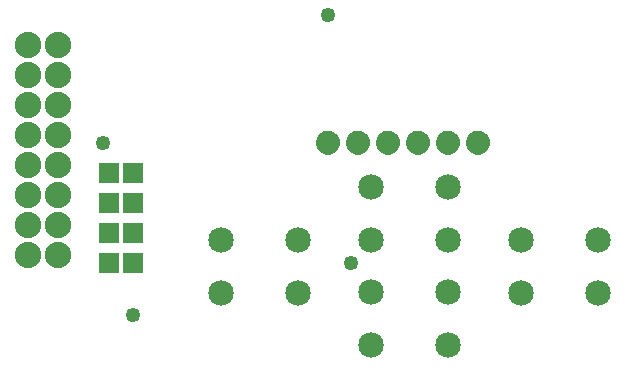
<source format=gts>
G04 MADE WITH FRITZING*
G04 WWW.FRITZING.ORG*
G04 DOUBLE SIDED*
G04 HOLES PLATED*
G04 CONTOUR ON CENTER OF CONTOUR VECTOR*
%ASAXBY*%
%FSLAX23Y23*%
%MOIN*%
%OFA0B0*%
%SFA1.0B1.0*%
%ADD10C,0.049370*%
%ADD11C,0.085000*%
%ADD12C,0.088000*%
%ADD13R,0.065118X0.069055*%
%ADD14R,0.001000X0.001000*%
%LNMASK1*%
G90*
G70*
G54D10*
X422Y800D03*
X522Y225D03*
X1247Y400D03*
X1172Y1225D03*
G54D11*
X2072Y300D03*
X1816Y300D03*
X2072Y477D03*
X1816Y477D03*
X1072Y300D03*
X816Y300D03*
X1072Y477D03*
X816Y477D03*
X1316Y302D03*
X1572Y302D03*
X1316Y125D03*
X1572Y125D03*
X1572Y475D03*
X1316Y475D03*
X1572Y652D03*
X1316Y652D03*
G54D12*
X172Y1125D03*
X172Y1025D03*
X172Y925D03*
X172Y825D03*
X172Y725D03*
X172Y625D03*
X172Y525D03*
X172Y425D03*
X172Y1125D03*
X172Y1025D03*
X172Y925D03*
X172Y825D03*
X172Y725D03*
X172Y625D03*
X172Y525D03*
X172Y425D03*
X272Y425D03*
X272Y525D03*
X272Y625D03*
X272Y725D03*
X272Y825D03*
X272Y925D03*
X272Y1025D03*
X272Y1125D03*
G54D13*
X442Y400D03*
X522Y400D03*
X442Y500D03*
X522Y500D03*
X442Y600D03*
X522Y600D03*
X442Y700D03*
X522Y700D03*
G54D14*
X1164Y840D02*
X1179Y840D01*
X1264Y840D02*
X1279Y840D01*
X1364Y840D02*
X1379Y840D01*
X1464Y840D02*
X1479Y840D01*
X1564Y840D02*
X1579Y840D01*
X1664Y840D02*
X1679Y840D01*
X1160Y839D02*
X1183Y839D01*
X1260Y839D02*
X1283Y839D01*
X1360Y839D02*
X1383Y839D01*
X1460Y839D02*
X1483Y839D01*
X1560Y839D02*
X1583Y839D01*
X1660Y839D02*
X1683Y839D01*
X1157Y838D02*
X1186Y838D01*
X1257Y838D02*
X1286Y838D01*
X1357Y838D02*
X1386Y838D01*
X1457Y838D02*
X1486Y838D01*
X1557Y838D02*
X1586Y838D01*
X1657Y838D02*
X1686Y838D01*
X1155Y837D02*
X1188Y837D01*
X1255Y837D02*
X1288Y837D01*
X1355Y837D02*
X1388Y837D01*
X1455Y837D02*
X1488Y837D01*
X1555Y837D02*
X1588Y837D01*
X1655Y837D02*
X1688Y837D01*
X1153Y836D02*
X1190Y836D01*
X1253Y836D02*
X1290Y836D01*
X1353Y836D02*
X1390Y836D01*
X1453Y836D02*
X1490Y836D01*
X1553Y836D02*
X1590Y836D01*
X1653Y836D02*
X1690Y836D01*
X1152Y835D02*
X1192Y835D01*
X1252Y835D02*
X1292Y835D01*
X1351Y835D02*
X1392Y835D01*
X1451Y835D02*
X1492Y835D01*
X1551Y835D02*
X1592Y835D01*
X1651Y835D02*
X1692Y835D01*
X1150Y834D02*
X1193Y834D01*
X1250Y834D02*
X1293Y834D01*
X1350Y834D02*
X1393Y834D01*
X1450Y834D02*
X1493Y834D01*
X1550Y834D02*
X1593Y834D01*
X1650Y834D02*
X1693Y834D01*
X1149Y833D02*
X1195Y833D01*
X1249Y833D02*
X1295Y833D01*
X1349Y833D02*
X1395Y833D01*
X1449Y833D02*
X1495Y833D01*
X1549Y833D02*
X1595Y833D01*
X1648Y833D02*
X1695Y833D01*
X1147Y832D02*
X1196Y832D01*
X1247Y832D02*
X1296Y832D01*
X1347Y832D02*
X1396Y832D01*
X1447Y832D02*
X1496Y832D01*
X1547Y832D02*
X1596Y832D01*
X1647Y832D02*
X1696Y832D01*
X1146Y831D02*
X1197Y831D01*
X1246Y831D02*
X1297Y831D01*
X1346Y831D02*
X1397Y831D01*
X1446Y831D02*
X1497Y831D01*
X1546Y831D02*
X1597Y831D01*
X1646Y831D02*
X1697Y831D01*
X1145Y830D02*
X1199Y830D01*
X1245Y830D02*
X1299Y830D01*
X1345Y830D02*
X1399Y830D01*
X1445Y830D02*
X1499Y830D01*
X1545Y830D02*
X1599Y830D01*
X1645Y830D02*
X1699Y830D01*
X1144Y829D02*
X1200Y829D01*
X1244Y829D02*
X1300Y829D01*
X1344Y829D02*
X1400Y829D01*
X1444Y829D02*
X1500Y829D01*
X1544Y829D02*
X1600Y829D01*
X1644Y829D02*
X1700Y829D01*
X1143Y828D02*
X1201Y828D01*
X1243Y828D02*
X1301Y828D01*
X1343Y828D02*
X1401Y828D01*
X1443Y828D02*
X1501Y828D01*
X1543Y828D02*
X1601Y828D01*
X1643Y828D02*
X1701Y828D01*
X1142Y827D02*
X1201Y827D01*
X1242Y827D02*
X1301Y827D01*
X1342Y827D02*
X1401Y827D01*
X1442Y827D02*
X1501Y827D01*
X1542Y827D02*
X1601Y827D01*
X1642Y827D02*
X1701Y827D01*
X1141Y826D02*
X1202Y826D01*
X1241Y826D02*
X1302Y826D01*
X1341Y826D02*
X1402Y826D01*
X1441Y826D02*
X1502Y826D01*
X1541Y826D02*
X1602Y826D01*
X1641Y826D02*
X1702Y826D01*
X1140Y825D02*
X1203Y825D01*
X1240Y825D02*
X1303Y825D01*
X1340Y825D02*
X1403Y825D01*
X1440Y825D02*
X1503Y825D01*
X1540Y825D02*
X1603Y825D01*
X1640Y825D02*
X1703Y825D01*
X1140Y824D02*
X1204Y824D01*
X1240Y824D02*
X1304Y824D01*
X1340Y824D02*
X1404Y824D01*
X1440Y824D02*
X1504Y824D01*
X1540Y824D02*
X1604Y824D01*
X1640Y824D02*
X1704Y824D01*
X1139Y823D02*
X1204Y823D01*
X1239Y823D02*
X1304Y823D01*
X1339Y823D02*
X1404Y823D01*
X1439Y823D02*
X1504Y823D01*
X1539Y823D02*
X1604Y823D01*
X1639Y823D02*
X1704Y823D01*
X1138Y822D02*
X1205Y822D01*
X1238Y822D02*
X1305Y822D01*
X1338Y822D02*
X1405Y822D01*
X1438Y822D02*
X1505Y822D01*
X1538Y822D02*
X1605Y822D01*
X1638Y822D02*
X1705Y822D01*
X1138Y821D02*
X1206Y821D01*
X1238Y821D02*
X1306Y821D01*
X1338Y821D02*
X1406Y821D01*
X1438Y821D02*
X1506Y821D01*
X1538Y821D02*
X1606Y821D01*
X1638Y821D02*
X1706Y821D01*
X1137Y820D02*
X1206Y820D01*
X1237Y820D02*
X1306Y820D01*
X1337Y820D02*
X1406Y820D01*
X1437Y820D02*
X1506Y820D01*
X1537Y820D02*
X1606Y820D01*
X1637Y820D02*
X1706Y820D01*
X1137Y819D02*
X1207Y819D01*
X1237Y819D02*
X1307Y819D01*
X1337Y819D02*
X1407Y819D01*
X1437Y819D02*
X1507Y819D01*
X1537Y819D02*
X1607Y819D01*
X1637Y819D02*
X1707Y819D01*
X1136Y818D02*
X1207Y818D01*
X1236Y818D02*
X1307Y818D01*
X1336Y818D02*
X1407Y818D01*
X1436Y818D02*
X1507Y818D01*
X1536Y818D02*
X1607Y818D01*
X1636Y818D02*
X1707Y818D01*
X1136Y817D02*
X1208Y817D01*
X1236Y817D02*
X1308Y817D01*
X1336Y817D02*
X1408Y817D01*
X1436Y817D02*
X1508Y817D01*
X1536Y817D02*
X1608Y817D01*
X1636Y817D02*
X1708Y817D01*
X1135Y816D02*
X1208Y816D01*
X1235Y816D02*
X1308Y816D01*
X1335Y816D02*
X1408Y816D01*
X1435Y816D02*
X1508Y816D01*
X1535Y816D02*
X1608Y816D01*
X1635Y816D02*
X1708Y816D01*
X1135Y815D02*
X1209Y815D01*
X1235Y815D02*
X1309Y815D01*
X1335Y815D02*
X1409Y815D01*
X1435Y815D02*
X1509Y815D01*
X1535Y815D02*
X1609Y815D01*
X1635Y815D02*
X1709Y815D01*
X1134Y814D02*
X1209Y814D01*
X1234Y814D02*
X1309Y814D01*
X1334Y814D02*
X1409Y814D01*
X1434Y814D02*
X1509Y814D01*
X1534Y814D02*
X1609Y814D01*
X1634Y814D02*
X1709Y814D01*
X1134Y813D02*
X1209Y813D01*
X1234Y813D02*
X1309Y813D01*
X1334Y813D02*
X1409Y813D01*
X1434Y813D02*
X1509Y813D01*
X1534Y813D02*
X1609Y813D01*
X1634Y813D02*
X1709Y813D01*
X1134Y812D02*
X1210Y812D01*
X1234Y812D02*
X1310Y812D01*
X1334Y812D02*
X1410Y812D01*
X1434Y812D02*
X1510Y812D01*
X1534Y812D02*
X1610Y812D01*
X1634Y812D02*
X1710Y812D01*
X1134Y811D02*
X1210Y811D01*
X1234Y811D02*
X1310Y811D01*
X1334Y811D02*
X1410Y811D01*
X1434Y811D02*
X1510Y811D01*
X1534Y811D02*
X1610Y811D01*
X1634Y811D02*
X1710Y811D01*
X1133Y810D02*
X1210Y810D01*
X1233Y810D02*
X1310Y810D01*
X1333Y810D02*
X1410Y810D01*
X1433Y810D02*
X1510Y810D01*
X1533Y810D02*
X1610Y810D01*
X1633Y810D02*
X1710Y810D01*
X1133Y809D02*
X1210Y809D01*
X1233Y809D02*
X1310Y809D01*
X1333Y809D02*
X1410Y809D01*
X1433Y809D02*
X1510Y809D01*
X1533Y809D02*
X1610Y809D01*
X1633Y809D02*
X1710Y809D01*
X1133Y808D02*
X1210Y808D01*
X1233Y808D02*
X1310Y808D01*
X1333Y808D02*
X1410Y808D01*
X1433Y808D02*
X1510Y808D01*
X1533Y808D02*
X1610Y808D01*
X1633Y808D02*
X1710Y808D01*
X1133Y807D02*
X1211Y807D01*
X1233Y807D02*
X1311Y807D01*
X1333Y807D02*
X1411Y807D01*
X1433Y807D02*
X1511Y807D01*
X1533Y807D02*
X1611Y807D01*
X1633Y807D02*
X1711Y807D01*
X1133Y806D02*
X1211Y806D01*
X1233Y806D02*
X1311Y806D01*
X1333Y806D02*
X1411Y806D01*
X1433Y806D02*
X1511Y806D01*
X1533Y806D02*
X1611Y806D01*
X1633Y806D02*
X1711Y806D01*
X1132Y805D02*
X1211Y805D01*
X1232Y805D02*
X1311Y805D01*
X1332Y805D02*
X1411Y805D01*
X1432Y805D02*
X1511Y805D01*
X1532Y805D02*
X1611Y805D01*
X1632Y805D02*
X1711Y805D01*
X1132Y804D02*
X1211Y804D01*
X1232Y804D02*
X1311Y804D01*
X1332Y804D02*
X1411Y804D01*
X1432Y804D02*
X1511Y804D01*
X1532Y804D02*
X1611Y804D01*
X1632Y804D02*
X1711Y804D01*
X1132Y803D02*
X1211Y803D01*
X1232Y803D02*
X1311Y803D01*
X1332Y803D02*
X1411Y803D01*
X1432Y803D02*
X1511Y803D01*
X1532Y803D02*
X1611Y803D01*
X1632Y803D02*
X1711Y803D01*
X1132Y802D02*
X1211Y802D01*
X1232Y802D02*
X1311Y802D01*
X1332Y802D02*
X1411Y802D01*
X1432Y802D02*
X1511Y802D01*
X1532Y802D02*
X1611Y802D01*
X1632Y802D02*
X1711Y802D01*
X1132Y801D02*
X1211Y801D01*
X1232Y801D02*
X1311Y801D01*
X1332Y801D02*
X1411Y801D01*
X1432Y801D02*
X1511Y801D01*
X1532Y801D02*
X1611Y801D01*
X1632Y801D02*
X1711Y801D01*
X1132Y800D02*
X1211Y800D01*
X1232Y800D02*
X1311Y800D01*
X1332Y800D02*
X1411Y800D01*
X1432Y800D02*
X1511Y800D01*
X1532Y800D02*
X1611Y800D01*
X1632Y800D02*
X1711Y800D01*
X1132Y799D02*
X1211Y799D01*
X1232Y799D02*
X1311Y799D01*
X1332Y799D02*
X1411Y799D01*
X1432Y799D02*
X1511Y799D01*
X1532Y799D02*
X1611Y799D01*
X1632Y799D02*
X1711Y799D01*
X1132Y798D02*
X1211Y798D01*
X1232Y798D02*
X1311Y798D01*
X1332Y798D02*
X1411Y798D01*
X1432Y798D02*
X1511Y798D01*
X1532Y798D02*
X1611Y798D01*
X1632Y798D02*
X1711Y798D01*
X1132Y797D02*
X1211Y797D01*
X1232Y797D02*
X1311Y797D01*
X1332Y797D02*
X1411Y797D01*
X1432Y797D02*
X1511Y797D01*
X1532Y797D02*
X1611Y797D01*
X1632Y797D02*
X1711Y797D01*
X1133Y796D02*
X1211Y796D01*
X1233Y796D02*
X1311Y796D01*
X1333Y796D02*
X1411Y796D01*
X1433Y796D02*
X1511Y796D01*
X1533Y796D02*
X1611Y796D01*
X1633Y796D02*
X1711Y796D01*
X1133Y795D02*
X1211Y795D01*
X1233Y795D02*
X1311Y795D01*
X1333Y795D02*
X1411Y795D01*
X1433Y795D02*
X1511Y795D01*
X1533Y795D02*
X1611Y795D01*
X1633Y795D02*
X1711Y795D01*
X1133Y794D02*
X1210Y794D01*
X1233Y794D02*
X1310Y794D01*
X1333Y794D02*
X1410Y794D01*
X1433Y794D02*
X1510Y794D01*
X1533Y794D02*
X1610Y794D01*
X1633Y794D02*
X1710Y794D01*
X1133Y793D02*
X1210Y793D01*
X1233Y793D02*
X1310Y793D01*
X1333Y793D02*
X1410Y793D01*
X1433Y793D02*
X1510Y793D01*
X1533Y793D02*
X1610Y793D01*
X1633Y793D02*
X1710Y793D01*
X1133Y792D02*
X1210Y792D01*
X1233Y792D02*
X1310Y792D01*
X1333Y792D02*
X1410Y792D01*
X1433Y792D02*
X1510Y792D01*
X1533Y792D02*
X1610Y792D01*
X1633Y792D02*
X1710Y792D01*
X1134Y791D02*
X1210Y791D01*
X1234Y791D02*
X1310Y791D01*
X1334Y791D02*
X1410Y791D01*
X1434Y791D02*
X1510Y791D01*
X1534Y791D02*
X1610Y791D01*
X1634Y791D02*
X1710Y791D01*
X1134Y790D02*
X1210Y790D01*
X1234Y790D02*
X1310Y790D01*
X1334Y790D02*
X1410Y790D01*
X1434Y790D02*
X1510Y790D01*
X1534Y790D02*
X1610Y790D01*
X1634Y790D02*
X1710Y790D01*
X1134Y789D02*
X1209Y789D01*
X1234Y789D02*
X1309Y789D01*
X1334Y789D02*
X1409Y789D01*
X1434Y789D02*
X1509Y789D01*
X1534Y789D02*
X1609Y789D01*
X1634Y789D02*
X1709Y789D01*
X1134Y788D02*
X1209Y788D01*
X1234Y788D02*
X1309Y788D01*
X1334Y788D02*
X1409Y788D01*
X1434Y788D02*
X1509Y788D01*
X1534Y788D02*
X1609Y788D01*
X1634Y788D02*
X1709Y788D01*
X1135Y787D02*
X1209Y787D01*
X1235Y787D02*
X1309Y787D01*
X1335Y787D02*
X1409Y787D01*
X1435Y787D02*
X1509Y787D01*
X1535Y787D02*
X1609Y787D01*
X1635Y787D02*
X1709Y787D01*
X1135Y786D02*
X1208Y786D01*
X1235Y786D02*
X1308Y786D01*
X1335Y786D02*
X1408Y786D01*
X1435Y786D02*
X1508Y786D01*
X1535Y786D02*
X1608Y786D01*
X1635Y786D02*
X1708Y786D01*
X1136Y785D02*
X1208Y785D01*
X1236Y785D02*
X1308Y785D01*
X1336Y785D02*
X1408Y785D01*
X1435Y785D02*
X1508Y785D01*
X1535Y785D02*
X1608Y785D01*
X1635Y785D02*
X1708Y785D01*
X1136Y784D02*
X1207Y784D01*
X1236Y784D02*
X1307Y784D01*
X1336Y784D02*
X1407Y784D01*
X1436Y784D02*
X1507Y784D01*
X1536Y784D02*
X1607Y784D01*
X1636Y784D02*
X1707Y784D01*
X1136Y783D02*
X1207Y783D01*
X1236Y783D02*
X1307Y783D01*
X1336Y783D02*
X1407Y783D01*
X1436Y783D02*
X1507Y783D01*
X1536Y783D02*
X1607Y783D01*
X1636Y783D02*
X1707Y783D01*
X1137Y782D02*
X1206Y782D01*
X1237Y782D02*
X1306Y782D01*
X1337Y782D02*
X1406Y782D01*
X1437Y782D02*
X1506Y782D01*
X1537Y782D02*
X1606Y782D01*
X1637Y782D02*
X1706Y782D01*
X1138Y781D02*
X1206Y781D01*
X1238Y781D02*
X1306Y781D01*
X1338Y781D02*
X1406Y781D01*
X1438Y781D02*
X1506Y781D01*
X1538Y781D02*
X1606Y781D01*
X1638Y781D02*
X1706Y781D01*
X1138Y780D02*
X1205Y780D01*
X1238Y780D02*
X1305Y780D01*
X1338Y780D02*
X1405Y780D01*
X1438Y780D02*
X1505Y780D01*
X1538Y780D02*
X1605Y780D01*
X1638Y780D02*
X1705Y780D01*
X1139Y779D02*
X1205Y779D01*
X1239Y779D02*
X1305Y779D01*
X1339Y779D02*
X1405Y779D01*
X1439Y779D02*
X1505Y779D01*
X1539Y779D02*
X1605Y779D01*
X1639Y779D02*
X1705Y779D01*
X1140Y778D02*
X1204Y778D01*
X1240Y778D02*
X1304Y778D01*
X1340Y778D02*
X1404Y778D01*
X1439Y778D02*
X1504Y778D01*
X1539Y778D02*
X1604Y778D01*
X1639Y778D02*
X1704Y778D01*
X1140Y777D02*
X1203Y777D01*
X1240Y777D02*
X1303Y777D01*
X1340Y777D02*
X1403Y777D01*
X1440Y777D02*
X1503Y777D01*
X1540Y777D02*
X1603Y777D01*
X1640Y777D02*
X1703Y777D01*
X1141Y776D02*
X1202Y776D01*
X1241Y776D02*
X1302Y776D01*
X1341Y776D02*
X1402Y776D01*
X1441Y776D02*
X1502Y776D01*
X1541Y776D02*
X1602Y776D01*
X1641Y776D02*
X1702Y776D01*
X1142Y775D02*
X1202Y775D01*
X1242Y775D02*
X1302Y775D01*
X1342Y775D02*
X1402Y775D01*
X1442Y775D02*
X1502Y775D01*
X1542Y775D02*
X1602Y775D01*
X1642Y775D02*
X1702Y775D01*
X1143Y774D02*
X1201Y774D01*
X1243Y774D02*
X1301Y774D01*
X1343Y774D02*
X1401Y774D01*
X1443Y774D02*
X1501Y774D01*
X1543Y774D02*
X1601Y774D01*
X1643Y774D02*
X1701Y774D01*
X1144Y773D02*
X1200Y773D01*
X1244Y773D02*
X1300Y773D01*
X1344Y773D02*
X1400Y773D01*
X1444Y773D02*
X1500Y773D01*
X1544Y773D02*
X1600Y773D01*
X1644Y773D02*
X1700Y773D01*
X1145Y772D02*
X1199Y772D01*
X1245Y772D02*
X1299Y772D01*
X1345Y772D02*
X1399Y772D01*
X1445Y772D02*
X1499Y772D01*
X1545Y772D02*
X1599Y772D01*
X1645Y772D02*
X1699Y772D01*
X1146Y771D02*
X1198Y771D01*
X1246Y771D02*
X1298Y771D01*
X1346Y771D02*
X1398Y771D01*
X1446Y771D02*
X1498Y771D01*
X1546Y771D02*
X1598Y771D01*
X1646Y771D02*
X1698Y771D01*
X1147Y770D02*
X1196Y770D01*
X1247Y770D02*
X1296Y770D01*
X1347Y770D02*
X1396Y770D01*
X1447Y770D02*
X1496Y770D01*
X1547Y770D02*
X1596Y770D01*
X1647Y770D02*
X1696Y770D01*
X1148Y769D02*
X1195Y769D01*
X1248Y769D02*
X1295Y769D01*
X1348Y769D02*
X1395Y769D01*
X1448Y769D02*
X1495Y769D01*
X1548Y769D02*
X1595Y769D01*
X1648Y769D02*
X1695Y769D01*
X1150Y768D02*
X1194Y768D01*
X1250Y768D02*
X1294Y768D01*
X1350Y768D02*
X1394Y768D01*
X1450Y768D02*
X1494Y768D01*
X1550Y768D02*
X1594Y768D01*
X1650Y768D02*
X1694Y768D01*
X1151Y767D02*
X1192Y767D01*
X1251Y767D02*
X1292Y767D01*
X1351Y767D02*
X1392Y767D01*
X1451Y767D02*
X1492Y767D01*
X1551Y767D02*
X1592Y767D01*
X1651Y767D02*
X1692Y767D01*
X1153Y766D02*
X1191Y766D01*
X1253Y766D02*
X1291Y766D01*
X1353Y766D02*
X1391Y766D01*
X1453Y766D02*
X1491Y766D01*
X1553Y766D02*
X1591Y766D01*
X1653Y766D02*
X1691Y766D01*
X1155Y765D02*
X1189Y765D01*
X1255Y765D02*
X1289Y765D01*
X1355Y765D02*
X1389Y765D01*
X1455Y765D02*
X1489Y765D01*
X1555Y765D02*
X1589Y765D01*
X1655Y765D02*
X1689Y765D01*
X1157Y764D02*
X1187Y764D01*
X1257Y764D02*
X1287Y764D01*
X1357Y764D02*
X1387Y764D01*
X1457Y764D02*
X1487Y764D01*
X1557Y764D02*
X1587Y764D01*
X1657Y764D02*
X1687Y764D01*
X1160Y763D02*
X1184Y763D01*
X1260Y763D02*
X1284Y763D01*
X1360Y763D02*
X1384Y763D01*
X1460Y763D02*
X1484Y763D01*
X1560Y763D02*
X1584Y763D01*
X1660Y763D02*
X1684Y763D01*
X1163Y762D02*
X1180Y762D01*
X1263Y762D02*
X1280Y762D01*
X1363Y762D02*
X1380Y762D01*
X1463Y762D02*
X1480Y762D01*
X1563Y762D02*
X1580Y762D01*
X1663Y762D02*
X1680Y762D01*
X1171Y761D02*
X1173Y761D01*
X1271Y761D02*
X1273Y761D01*
X1371Y761D02*
X1373Y761D01*
X1471Y761D02*
X1473Y761D01*
X1571Y761D02*
X1573Y761D01*
X1671Y761D02*
X1673Y761D01*
D02*
G04 End of Mask1*
M02*
</source>
